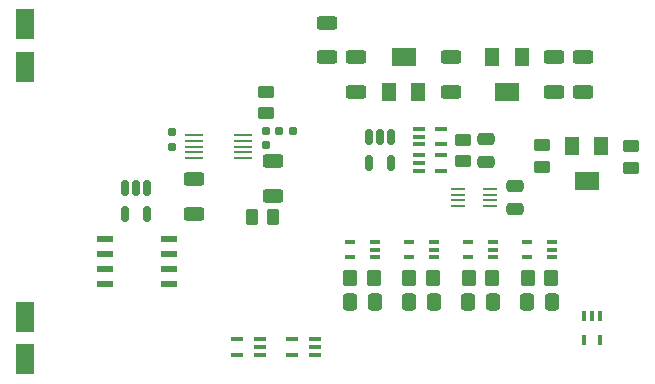
<source format=gtp>
G04 #@! TF.GenerationSoftware,KiCad,Pcbnew,8.0.2-8.0.2-0~ubuntu22.04.1*
G04 #@! TF.CreationDate,2024-06-03T16:52:52-05:00*
G04 #@! TF.ProjectId,peak-holder,7065616b-2d68-46f6-9c64-65722e6b6963,rev?*
G04 #@! TF.SameCoordinates,Original*
G04 #@! TF.FileFunction,Paste,Top*
G04 #@! TF.FilePolarity,Positive*
%FSLAX46Y46*%
G04 Gerber Fmt 4.6, Leading zero omitted, Abs format (unit mm)*
G04 Created by KiCad (PCBNEW 8.0.2-8.0.2-0~ubuntu22.04.1) date 2024-06-03 16:52:52*
%MOMM*%
%LPD*%
G01*
G04 APERTURE LIST*
G04 Aperture macros list*
%AMRoundRect*
0 Rectangle with rounded corners*
0 $1 Rounding radius*
0 $2 $3 $4 $5 $6 $7 $8 $9 X,Y pos of 4 corners*
0 Add a 4 corners polygon primitive as box body*
4,1,4,$2,$3,$4,$5,$6,$7,$8,$9,$2,$3,0*
0 Add four circle primitives for the rounded corners*
1,1,$1+$1,$2,$3*
1,1,$1+$1,$4,$5*
1,1,$1+$1,$6,$7*
1,1,$1+$1,$8,$9*
0 Add four rect primitives between the rounded corners*
20,1,$1+$1,$2,$3,$4,$5,0*
20,1,$1+$1,$4,$5,$6,$7,0*
20,1,$1+$1,$6,$7,$8,$9,0*
20,1,$1+$1,$8,$9,$2,$3,0*%
G04 Aperture macros list end*
%ADD10R,1.117600X0.355600*%
%ADD11R,0.355600X0.833300*%
%ADD12RoundRect,0.250000X-0.625000X0.312500X-0.625000X-0.312500X0.625000X-0.312500X0.625000X0.312500X0*%
%ADD13RoundRect,0.250000X-0.337500X-0.475000X0.337500X-0.475000X0.337500X0.475000X-0.337500X0.475000X0*%
%ADD14RoundRect,0.160000X-0.160000X0.197500X-0.160000X-0.197500X0.160000X-0.197500X0.160000X0.197500X0*%
%ADD15R,1.574800X0.279400*%
%ADD16RoundRect,0.250000X-0.350000X-0.450000X0.350000X-0.450000X0.350000X0.450000X-0.350000X0.450000X0*%
%ADD17RoundRect,0.250000X-0.550000X1.050000X-0.550000X-1.050000X0.550000X-1.050000X0.550000X1.050000X0*%
%ADD18R,0.833300X0.355600*%
%ADD19R,1.460500X0.533400*%
%ADD20RoundRect,0.250000X0.625000X-0.312500X0.625000X0.312500X-0.625000X0.312500X-0.625000X-0.312500X0*%
%ADD21RoundRect,0.250000X0.475000X-0.250000X0.475000X0.250000X-0.475000X0.250000X-0.475000X-0.250000X0*%
%ADD22RoundRect,0.150000X-0.150000X0.512500X-0.150000X-0.512500X0.150000X-0.512500X0.150000X0.512500X0*%
%ADD23RoundRect,0.250000X-0.262500X-0.450000X0.262500X-0.450000X0.262500X0.450000X-0.262500X0.450000X0*%
%ADD24R,1.300000X1.600000*%
%ADD25R,2.000000X1.600000*%
%ADD26RoundRect,0.160000X0.197500X0.160000X-0.197500X0.160000X-0.197500X-0.160000X0.197500X-0.160000X0*%
%ADD27RoundRect,0.250000X0.450000X-0.262500X0.450000X0.262500X-0.450000X0.262500X-0.450000X-0.262500X0*%
%ADD28R,1.168400X0.254000*%
G04 APERTURE END LIST*
D10*
X84615200Y-67981200D03*
X84615200Y-67320800D03*
X84615200Y-66660400D03*
X82684800Y-66660400D03*
X82684800Y-67981200D03*
X98018750Y-48865400D03*
X98018750Y-49525800D03*
X98018750Y-50186200D03*
X99949150Y-50186200D03*
X99949150Y-48865400D03*
D11*
X113349999Y-64711051D03*
X112700000Y-64711051D03*
X112050001Y-64711051D03*
X112050001Y-66788949D03*
X113349999Y-66788949D03*
D12*
X109480000Y-42797501D03*
X109480000Y-45722501D03*
D13*
X97212500Y-63500000D03*
X99287500Y-63500000D03*
D14*
X85060000Y-49022501D03*
X85060000Y-50217501D03*
D15*
X78964500Y-49370000D03*
X78964500Y-49870002D03*
X78964500Y-50370001D03*
X78964500Y-50870000D03*
X78964500Y-51370002D03*
X83155500Y-51370002D03*
X83155500Y-50870000D03*
X83155500Y-50370001D03*
X83155500Y-49870002D03*
X83155500Y-49370000D03*
D16*
X107250000Y-61500000D03*
X109250000Y-61500000D03*
D14*
X77165600Y-49175001D03*
X77165600Y-50370001D03*
D17*
X64700000Y-40000000D03*
X64700000Y-43600000D03*
D10*
X98018750Y-51116700D03*
X98018750Y-51777100D03*
X98018750Y-52437500D03*
X99949150Y-52437500D03*
X99949150Y-51116700D03*
D18*
X104288949Y-59750000D03*
X104288949Y-59100001D03*
X104288949Y-58450002D03*
X102211051Y-58450002D03*
X102211051Y-59750000D03*
D19*
X76921650Y-62025001D03*
X76921650Y-60755001D03*
X76921650Y-59485001D03*
X76921650Y-58215001D03*
X71473350Y-58215001D03*
X71473350Y-59485001D03*
X71473350Y-60755001D03*
X71473350Y-62025001D03*
D20*
X92750000Y-45737501D03*
X92750000Y-42812501D03*
D21*
X106197149Y-55637500D03*
X106197149Y-53737500D03*
D18*
X99288949Y-59750000D03*
X99288949Y-59100001D03*
X99288949Y-58450002D03*
X97211051Y-58450002D03*
X97211051Y-59750000D03*
D12*
X90250000Y-39887501D03*
X90250000Y-42812501D03*
D22*
X75060000Y-53845001D03*
X74110000Y-53845001D03*
X73160000Y-53845001D03*
X73160000Y-56120001D03*
X75060000Y-56120001D03*
D23*
X83875000Y-56361250D03*
X85700000Y-56361250D03*
D24*
X113500000Y-50350000D03*
D25*
X112250000Y-53250000D03*
D24*
X111000000Y-50350000D03*
D16*
X102250000Y-61500000D03*
X104250000Y-61500000D03*
D17*
X64700000Y-64800000D03*
X64700000Y-68400000D03*
D10*
X89215200Y-68000000D03*
X89215200Y-67339600D03*
X89215200Y-66679200D03*
X87284800Y-66679200D03*
X87284800Y-68000000D03*
D13*
X92212500Y-63500000D03*
X94287500Y-63500000D03*
D12*
X85700000Y-51600000D03*
X85700000Y-54525000D03*
D21*
X103768750Y-51637500D03*
X103768750Y-49737500D03*
D18*
X109288949Y-59750000D03*
X109288949Y-59100001D03*
X109288949Y-58450002D03*
X107211051Y-58450002D03*
X107211051Y-59750000D03*
D13*
X107212500Y-63500000D03*
X109287500Y-63500000D03*
D26*
X86200000Y-49022501D03*
X87395000Y-49022501D03*
D27*
X85060000Y-47562501D03*
X85060000Y-45737501D03*
D20*
X111980000Y-45722501D03*
X111980000Y-42797501D03*
D22*
X95683950Y-49527100D03*
X94733950Y-49527100D03*
X93783950Y-49527100D03*
X93783950Y-51802100D03*
X95683950Y-51802100D03*
D27*
X101768750Y-51600000D03*
X101768750Y-49775000D03*
D24*
X95500000Y-45712501D03*
D25*
X96750000Y-42812501D03*
D24*
X98000000Y-45712501D03*
D16*
X92250000Y-61500000D03*
X94250000Y-61500000D03*
D24*
X106750000Y-42822501D03*
D25*
X105500000Y-45722501D03*
D24*
X104250000Y-42822501D03*
D18*
X94288949Y-59750000D03*
X94288949Y-59100001D03*
X94288949Y-58450002D03*
X92211051Y-58450002D03*
X92211051Y-59750000D03*
D13*
X102212500Y-63500000D03*
X104287500Y-63500000D03*
D27*
X116000000Y-52175000D03*
X116000000Y-50350000D03*
D28*
X101363049Y-53937499D03*
X101363049Y-54437500D03*
X101363049Y-54937500D03*
X101363049Y-55437501D03*
X104106249Y-55437501D03*
X104106249Y-54937500D03*
X104106249Y-54437500D03*
X104106249Y-53937499D03*
D16*
X97250000Y-61500000D03*
X99250000Y-61500000D03*
D12*
X78964500Y-53157501D03*
X78964500Y-56082501D03*
D27*
X108500000Y-52087500D03*
X108500000Y-50262500D03*
D12*
X100750000Y-42787501D03*
X100750000Y-45712501D03*
M02*

</source>
